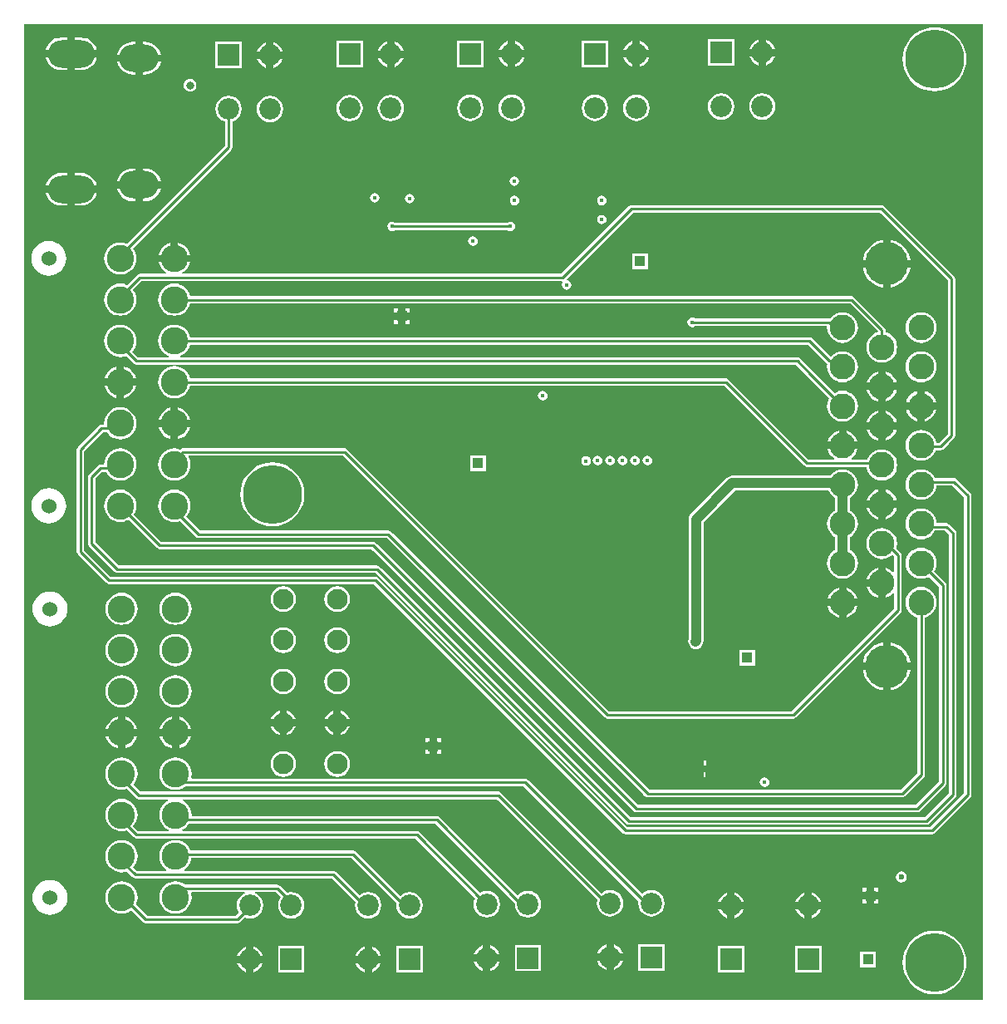
<source format=gbl>
%FSTAX23Y23*%
%MOIN*%
%SFA1B1*%

%IPPOS*%
%ADD13C,0.010000*%
%ADD65C,0.039370*%
%ADD70R,0.085630X0.085630*%
%ADD71C,0.085630*%
%ADD72R,0.043310X0.043310*%
%ADD73C,0.082680*%
%ADD74C,0.109250*%
%ADD75C,0.060040*%
%ADD76C,0.103350*%
%ADD77C,0.173030*%
%ADD78O,0.157480X0.110240*%
%ADD79O,0.188980X0.110240*%
%ADD80C,0.236220*%
%ADD81C,0.017720*%
%ADD82C,0.031500*%
%ADD83C,0.023620*%
%LNmainpcb-1*%
%LPD*%
G36*
X03856Y00008D02*
X00008D01*
Y03921*
X03856*
Y00008*
G37*
%LNmainpcb-2*%
%LPC*%
G36*
X02985Y03857D02*
Y03821D01*
X03021*
X03016Y03833*
X03008Y03844*
X02996Y03852*
X02985Y03857*
G37*
G36*
X02955D02*
X02943Y03852D01*
X02932Y03844*
X02924Y03833*
X02919Y03821*
X02955*
Y03857*
G37*
G36*
X00237Y03867D02*
X00212D01*
Y03816*
X003*
X00297Y03826*
X00291Y03838*
X00283Y03847*
X00273Y03856*
X00262Y03862*
X0025Y03865*
X00237Y03867*
G37*
G36*
X00183D02*
X00158D01*
X00145Y03865*
X00133Y03862*
X00122Y03856*
X00112Y03847*
X00104Y03838*
X00098Y03826*
X00095Y03816*
X00183*
Y03867*
G37*
G36*
X02479Y03852D02*
Y03816D01*
X02516*
X02511Y03828*
X02502Y03839*
X02491Y03847*
X02479Y03852*
G37*
G36*
X0245D02*
X02438Y03847D01*
X02427Y03839*
X02418Y03828*
X02413Y03816*
X0245*
Y03852*
G37*
G36*
X01979D02*
Y03816D01*
X02016*
X02011Y03828*
X02002Y03839*
X01991Y03847*
X01979Y03852*
G37*
G36*
X0195D02*
X01938Y03847D01*
X01927Y03839*
X01918Y03828*
X01913Y03816*
X0195*
Y03852*
G37*
G36*
X01494Y03851D02*
Y03814D01*
X01531*
X01526Y03826*
X01517Y03837*
X01506Y03846*
X01494Y03851*
G37*
G36*
X01465D02*
X01453Y03846D01*
X01442Y03837*
X01433Y03826*
X01428Y03814*
X01465*
Y03851*
G37*
G36*
X01009Y03847D02*
Y03811D01*
X01046*
X01041Y03823*
X01032Y03834*
X01021Y03842*
X01009Y03847*
G37*
G36*
X0098D02*
X00968Y03842D01*
X00957Y03834*
X00948Y03823*
X00943Y03811*
X0098*
Y03847*
G37*
G36*
X00493Y03849D02*
X00484D01*
Y03798*
X00557*
X00554Y03808*
X00548Y0382*
X00539Y0383*
X00529Y03838*
X00518Y03844*
X00506Y03848*
X00493Y03849*
G37*
G36*
X00455D02*
X00446D01*
X00433Y03848*
X00421Y03844*
X0041Y03838*
X004Y0383*
X00391Y0382*
X00385Y03808*
X00382Y03798*
X00455*
Y03849*
G37*
G36*
X03021Y03791D02*
X02985D01*
Y03755*
X02996Y0376*
X03008Y03768*
X03016Y03779*
X03021Y03791*
G37*
G36*
X02955D02*
X02919D01*
X02924Y03779*
X02932Y03768*
X02943Y0376*
X02955Y03755*
Y03791*
G37*
G36*
X02857Y03859D02*
X02752D01*
Y03753*
X02857*
Y03859*
G37*
G36*
X02516Y03786D02*
X02479D01*
Y0375*
X02491Y03755*
X02502Y03763*
X02511Y03774*
X02516Y03786*
G37*
G36*
X0245D02*
X02413D01*
X02418Y03774*
X02427Y03763*
X02438Y03755*
X0245Y0375*
Y03786*
G37*
G36*
X02016D02*
X01979D01*
Y0375*
X01991Y03755*
X02002Y03763*
X02011Y03774*
X02016Y03786*
G37*
G36*
X0195D02*
X01913D01*
X01918Y03774*
X01927Y03763*
X01938Y03755*
X0195Y0375*
Y03786*
G37*
G36*
X01531Y03785D02*
X01494D01*
Y03748*
X01506Y03753*
X01517Y03762*
X01526Y03773*
X01531Y03785*
G37*
G36*
X01465D02*
X01428D01*
X01433Y03773*
X01442Y03762*
X01453Y03753*
X01465Y03748*
Y03785*
G37*
G36*
X02352Y03854D02*
X02246D01*
Y03748*
X02352*
Y03854*
G37*
G36*
X01852D02*
X01746D01*
Y03748*
X01852*
Y03854*
G37*
G36*
X01367Y03852D02*
X01261D01*
Y03747*
X01367*
Y03852*
G37*
G36*
X01046Y03781D02*
X01009D01*
Y03745*
X01021Y0375*
X01032Y03758*
X01041Y03769*
X01046Y03781*
G37*
G36*
X0098D02*
X00943D01*
X00948Y03769*
X00957Y03758*
X00968Y0375*
X0098Y03745*
Y03781*
G37*
G36*
X00882Y03849D02*
X00776D01*
Y03743*
X00882*
Y03849*
G37*
G36*
X003Y03786D02*
X00212D01*
Y03736*
X00237*
X0025Y03737*
X00262Y03741*
X00273Y03747*
X00283Y03755*
X00291Y03765*
X00297Y03776*
X003Y03786*
G37*
G36*
X00183D02*
X00095D01*
X00098Y03776*
X00104Y03765*
X00112Y03755*
X00122Y03747*
X00133Y03741*
X00145Y03737*
X00158Y03736*
X00183*
Y03786*
G37*
G36*
X00557Y03769D02*
X00484D01*
Y03718*
X00493*
X00506Y03719*
X00518Y03723*
X00529Y03729*
X00539Y03737*
X00548Y03747*
X00554Y03758*
X00557Y03769*
G37*
G36*
X00455D02*
X00382D01*
X00385Y03758*
X00391Y03747*
X004Y03737*
X0041Y03729*
X00421Y03723*
X00433Y03719*
X00446Y03718*
X00455*
Y03769*
G37*
G36*
X03661Y03907D02*
X03641Y03906D01*
X03621Y03901*
X03603Y03893*
X03585Y03883*
X0357Y0387*
X03557Y03854*
X03547Y03837*
X03539Y03819*
X03534Y03799*
X03533Y03779*
X03534Y03759*
X03539Y03739*
X03547Y03721*
X03557Y03704*
X0357Y03688*
X03585Y03675*
X03603Y03665*
X03621Y03657*
X03641Y03652*
X03661Y03651*
X03681Y03652*
X03701Y03657*
X03719Y03665*
X03736Y03675*
X03752Y03688*
X03765Y03704*
X03775Y03721*
X03783Y03739*
X03788Y03759*
X03789Y03779*
X03788Y03799*
X03783Y03819*
X03775Y03837*
X03765Y03854*
X03752Y0387*
X03736Y03883*
X03719Y03893*
X03701Y03901*
X03681Y03906*
X03661Y03907*
G37*
G36*
X00675Y037D02*
X00668Y03699D01*
X00662Y03697*
X00656Y03693*
X00652Y03687*
X0065Y03681*
X00649Y03675*
X0065Y03668*
X00652Y03662*
X00656Y03656*
X00662Y03652*
X00668Y0365*
X00675Y03649*
X00681Y0365*
X00687Y03652*
X00693Y03656*
X00697Y03662*
X00699Y03668*
X007Y03675*
X00699Y03681*
X00697Y03687*
X00693Y03693*
X00687Y03697*
X00681Y03699*
X00675Y037*
G37*
G36*
X0297Y03643D02*
X02956Y03641D01*
X02943Y03636*
X02932Y03627*
X02924Y03616*
X02919Y03603*
X02917Y0359*
X02919Y03576*
X02924Y03563*
X02932Y03552*
X02943Y03544*
X02956Y03538*
X0297Y03536*
X02984Y03538*
X02996Y03544*
X03007Y03552*
X03016Y03563*
X03021Y03576*
X03023Y0359*
X03021Y03603*
X03016Y03616*
X03007Y03627*
X02996Y03636*
X02984Y03641*
X0297Y03643*
G37*
G36*
X02805D02*
X02791Y03641D01*
X02778Y03636*
X02767Y03627*
X02759Y03616*
X02753Y03603*
X02751Y0359*
X02753Y03576*
X02759Y03563*
X02767Y03552*
X02778Y03544*
X02791Y03538*
X02805Y03536*
X02818Y03538*
X02831Y03544*
X02842Y03552*
X02851Y03563*
X02856Y03576*
X02858Y0359*
X02856Y03603*
X02851Y03616*
X02842Y03627*
X02831Y03636*
X02818Y03641*
X02805Y03643*
G37*
G36*
X02465Y03638D02*
X02451Y03636D01*
X02438Y03631*
X02427Y03622*
X02419Y03611*
X02413Y03598*
X02411Y03585*
X02413Y03571*
X02419Y03558*
X02427Y03547*
X02438Y03539*
X02451Y03533*
X02465Y03531*
X02478Y03533*
X02491Y03539*
X02502Y03547*
X02511Y03558*
X02516Y03571*
X02518Y03585*
X02516Y03598*
X02511Y03611*
X02502Y03622*
X02491Y03631*
X02478Y03636*
X02465Y03638*
G37*
G36*
X02299D02*
X02285Y03636D01*
X02273Y03631*
X02262Y03622*
X02253Y03611*
X02248Y03598*
X02246Y03585*
X02248Y03571*
X02253Y03558*
X02262Y03547*
X02273Y03539*
X02285Y03533*
X02299Y03531*
X02313Y03533*
X02326Y03539*
X02337Y03547*
X02345Y03558*
X0235Y03571*
X02352Y03585*
X0235Y03598*
X02345Y03611*
X02337Y03622*
X02326Y03631*
X02313Y03636*
X02299Y03638*
G37*
G36*
X01965D02*
X01951Y03636D01*
X01938Y03631*
X01927Y03622*
X01919Y03611*
X01913Y03598*
X01911Y03585*
X01913Y03571*
X01919Y03558*
X01927Y03547*
X01938Y03539*
X01951Y03533*
X01965Y03531*
X01978Y03533*
X01991Y03539*
X02002Y03547*
X02011Y03558*
X02016Y03571*
X02018Y03585*
X02016Y03598*
X02011Y03611*
X02002Y03622*
X01991Y03631*
X01978Y03636*
X01965Y03638*
G37*
G36*
X01799D02*
X01785Y03636D01*
X01773Y03631*
X01762Y03622*
X01753Y03611*
X01748Y03598*
X01746Y03585*
X01748Y03571*
X01753Y03558*
X01762Y03547*
X01773Y03539*
X01785Y03533*
X01799Y03531*
X01813Y03533*
X01826Y03539*
X01837Y03547*
X01845Y03558*
X0185Y03571*
X01852Y03585*
X0185Y03598*
X01845Y03611*
X01837Y03622*
X01826Y03631*
X01813Y03636*
X01799Y03638*
G37*
G36*
X0148Y03636D02*
X01466Y03634D01*
X01453Y03629*
X01442Y03621*
X01434Y0361*
X01428Y03597*
X01426Y03583*
X01428Y03569*
X01434Y03556*
X01442Y03545*
X01453Y03537*
X01466Y03532*
X0148Y0353*
X01493Y03532*
X01506Y03537*
X01517Y03545*
X01526Y03556*
X01531Y03569*
X01533Y03583*
X01531Y03597*
X01526Y0361*
X01517Y03621*
X01506Y03629*
X01493Y03634*
X0148Y03636*
G37*
G36*
X01314D02*
X013Y03634D01*
X01288Y03629*
X01277Y03621*
X01268Y0361*
X01263Y03597*
X01261Y03583*
X01263Y03569*
X01268Y03556*
X01277Y03545*
X01288Y03537*
X013Y03532*
X01314Y0353*
X01328Y03532*
X01341Y03537*
X01352Y03545*
X0136Y03556*
X01365Y03569*
X01367Y03583*
X01365Y03597*
X0136Y0361*
X01352Y03621*
X01341Y03629*
X01328Y03634*
X01314Y03636*
G37*
G36*
X00995Y03633D02*
X00981Y03631D01*
X00968Y03626*
X00957Y03617*
X00949Y03606*
X00943Y03593*
X00941Y0358*
X00943Y03566*
X00949Y03553*
X00957Y03542*
X00968Y03534*
X00981Y03528*
X00995Y03526*
X01008Y03528*
X01021Y03534*
X01032Y03542*
X01041Y03553*
X01046Y03566*
X01048Y0358*
X01046Y03593*
X01041Y03606*
X01032Y03617*
X01021Y03626*
X01008Y03631*
X00995Y03633*
G37*
G36*
X00493Y03341D02*
X00484D01*
Y0329*
X00557*
X00554Y03301*
X00548Y03312*
X00539Y03322*
X00529Y0333*
X00518Y03336*
X00506Y0334*
X00493Y03341*
G37*
G36*
X00455D02*
X00446D01*
X00433Y0334*
X00421Y03336*
X0041Y0333*
X004Y03322*
X00391Y03312*
X00385Y03301*
X00382Y0329*
X00455*
Y03341*
G37*
G36*
X00237Y03323D02*
X00212D01*
Y03273*
X003*
X00297Y03283*
X00291Y03294*
X00283Y03304*
X00273Y03312*
X00262Y03318*
X0025Y03322*
X00237Y03323*
G37*
G36*
X00183D02*
X00158D01*
X00145Y03322*
X00133Y03318*
X00122Y03312*
X00112Y03304*
X00104Y03294*
X00098Y03283*
X00095Y03273*
X00183*
Y03323*
G37*
G36*
X01975Y03309D02*
X01967Y03307D01*
X01961Y03303*
X01957Y03297*
X01955Y0329*
X01957Y03282*
X01961Y03276*
X01967Y03272*
X01975Y0327*
X01982Y03272*
X01988Y03276*
X01992Y03282*
X01994Y0329*
X01992Y03297*
X01988Y03303*
X01982Y03307*
X01975Y03309*
G37*
G36*
X00557Y03261D02*
X00484D01*
Y0321*
X00493*
X00506Y03211*
X00518Y03215*
X00529Y03221*
X00539Y03229*
X00548Y03239*
X00554Y03251*
X00557Y03261*
G37*
G36*
X00455D02*
X00382D01*
X00385Y03251*
X00391Y03239*
X004Y03229*
X0041Y03221*
X00421Y03215*
X00433Y03211*
X00446Y0321*
X00455*
Y03261*
G37*
G36*
X01415Y03243D02*
X01408Y03241D01*
X01402Y03237*
X01398Y03231*
X01396Y03224*
X01398Y03216*
X01402Y0321*
X01408Y03206*
X01415Y03205*
X01423Y03206*
X01429Y0321*
X01433Y03216*
X01434Y03224*
X01433Y03231*
X01429Y03237*
X01423Y03241*
X01415Y03243*
G37*
G36*
X01555Y03239D02*
X01547Y03237D01*
X01541Y03233*
X01537Y03227*
X01535Y0322*
X01537Y03212*
X01541Y03206*
X01547Y03202*
X01555Y032*
X01562Y03202*
X01568Y03206*
X01572Y03212*
X01574Y0322*
X01572Y03227*
X01568Y03233*
X01562Y03237*
X01555Y03239*
G37*
G36*
X03314Y03195D02*
D01*
X02445*
X02439Y03194*
X02434Y0319*
X02163Y0292*
X00645*
X00643Y02925*
X00647Y02927*
X00657Y02935*
X00665Y02944*
X00671Y02956*
X00674Y02966*
X00611*
X00548*
X00551Y02956*
X00557Y02944*
X00565Y02935*
X00575Y02927*
X00579Y02925*
X00577Y0292*
X00473*
X00468Y02918*
X00463Y02915*
X00421Y02874*
X00419Y02875*
X00407Y02879*
X00395Y0288*
X00382Y02879*
X0037Y02875*
X00359Y02869*
X00349Y02861*
X00341Y02851*
X00335Y0284*
X00331Y02828*
X0033Y02815*
X00331Y02803*
X00335Y0279*
X00341Y02779*
X00349Y02769*
X00359Y02761*
X0037Y02755*
X00382Y02752*
X00395Y0275*
X00407Y02752*
X00419Y02755*
X0043Y02761*
X0044Y02769*
X00448Y02779*
X00454Y0279*
X00458Y02803*
X00459Y02815*
X00458Y02828*
X00454Y0284*
X00448Y02851*
X00445Y02855*
X0048Y02889*
X02166*
X02169Y02884*
X02167Y02882*
X02165Y02875*
X02167Y02867*
X02171Y02861*
X02177Y02857*
X02185Y02855*
X02192Y02857*
X02198Y02861*
X02202Y02867*
X02204Y02875*
X02202Y02882*
X02198Y02888*
X02192Y02892*
X02187Y02893*
X02185Y02898*
X02451Y03164*
X03314*
X03314Y03164*
X03443*
X03714Y02893*
Y02276*
X0368Y02241*
X03668*
X03668Y02243*
X03664Y02254*
X03658Y02265*
X03651Y02275*
X03641Y02282*
X03631Y02288*
X03619Y02291*
X03607Y02293*
X03595Y02291*
X03583Y02288*
X03573Y02282*
X03563Y02275*
X03556Y02265*
X0355Y02254*
X03546Y02243*
X03545Y02231*
X03546Y02219*
X0355Y02207*
X03556Y02196*
X03563Y02187*
X03573Y02179*
X03583Y02174*
X03595Y0217*
X03607Y02169*
X03619Y0217*
X03631Y02174*
X03641Y02179*
X03651Y02187*
X03658Y02196*
X03664Y02207*
X03665Y02211*
X03686*
X03692Y02212*
X03697Y02215*
X0374Y02259*
X03743Y02264*
X03745Y0227*
Y029*
X03743Y02905*
X0374Y0291*
X0346Y0319*
X03455Y03193*
X0345Y03195*
X03314*
X03314Y03195*
G37*
G36*
X01976Y03232D02*
X01969Y03231D01*
X01963Y03226*
X01958Y0322*
X01957Y03213*
X01958Y03206*
X01963Y03199*
X01969Y03195*
X01976Y03194*
X01983Y03195*
X0199Y03199*
X01994Y03206*
X01995Y03213*
X01994Y0322*
X0199Y03226*
X01983Y03231*
X01976Y03232*
G37*
G36*
X02326Y03232D02*
X02319Y0323D01*
X02313Y03226*
X02309Y0322*
X02307Y03213*
X02309Y03206*
X02313Y03199*
X02319Y03195*
X02326Y03194*
X02333Y03195*
X0234Y03199*
X02344Y03206*
X02345Y03213*
X02344Y0322*
X0234Y03226*
X02333Y0323*
X02326Y03232*
G37*
G36*
X003Y03243D02*
X00212D01*
Y03192*
X00237*
X0025Y03194*
X00262Y03197*
X00273Y03203*
X00283Y03212*
X00291Y03221*
X00297Y03233*
X003Y03243*
G37*
G36*
X00183D02*
X00095D01*
X00098Y03233*
X00104Y03221*
X00112Y03212*
X00122Y03203*
X00133Y03197*
X00145Y03194*
X00158Y03192*
X00183*
Y03243*
G37*
G36*
X01959Y03128D02*
X01952Y03127D01*
X01948Y03124*
X0153*
X0153Y03124*
X01496*
X01492Y03127*
X01485Y03128*
X01478Y03127*
X01472Y03122*
X01468Y03116*
X01466Y03109*
X01468Y03102*
X01472Y03095*
X01478Y03091*
X01485Y0309*
X01492Y03091*
X01496Y03094*
X0153*
X0153Y03094*
X01949*
X01952Y03091*
X01959Y0309*
X01966Y03091*
X01973Y03096*
X01977Y03102*
X01978Y03109*
X01977Y03116*
X01973Y03123*
X01966Y03127*
X01959Y03128*
G37*
G36*
X02326Y03155D02*
X02319Y03154D01*
X02313Y0315*
X02309Y03143*
X02307Y03136*
X02309Y03129*
X02313Y03123*
X02319Y03119*
X02326Y03117*
X02333Y03119*
X0234Y03123*
X02344Y03129*
X02345Y03136*
X02344Y03143*
X0234Y0315*
X02333Y03154*
X02326Y03155*
G37*
G36*
X00829Y03633D02*
X00815Y03631D01*
X00803Y03626*
X00792Y03617*
X00783Y03606*
X00778Y03593*
X00776Y0358*
X00778Y03566*
X00783Y03553*
X00792Y03542*
X00803Y03534*
X00814Y03529*
Y03432*
X00421Y03039*
X00419Y0304*
X00407Y03044*
X00395Y03045*
X00382Y03044*
X0037Y0304*
X00359Y03034*
X00349Y03026*
X00341Y03017*
X00335Y03005*
X00331Y02993*
X0033Y02981*
X00331Y02968*
X00335Y02956*
X00341Y02945*
X00349Y02935*
X00359Y02927*
X0037Y02921*
X00382Y02917*
X00395Y02916*
X00407Y02917*
X00419Y02921*
X0043Y02927*
X0044Y02935*
X00448Y02945*
X00454Y02956*
X00458Y02968*
X00459Y02981*
X00458Y02993*
X00454Y03005*
X00448Y03017*
X00445Y0302*
X0084Y03415*
X00843Y0342*
X00844Y03426*
Y03529*
X00856Y03534*
X00867Y03542*
X00875Y03553*
X0088Y03566*
X00882Y0358*
X0088Y03593*
X00875Y03606*
X00867Y03617*
X00856Y03626*
X00843Y03631*
X00829Y03633*
G37*
G36*
X0181Y03069D02*
X01802Y03067D01*
X01796Y03063*
X01792Y03057*
X0179Y0305*
X01792Y03042*
X01796Y03036*
X01802Y03032*
X0181Y0303*
X01817Y03032*
X01823Y03036*
X01827Y03042*
X01829Y0305*
X01827Y03057*
X01823Y03063*
X01817Y03067*
X0181Y03069*
G37*
G36*
X00626Y03044D02*
Y02995D01*
X00674*
X00671Y03005*
X00665Y03017*
X00657Y03026*
X00647Y03035*
X00636Y03041*
X00626Y03044*
G37*
G36*
X00596D02*
X00586Y03041D01*
X00575Y03035*
X00565Y03026*
X00557Y03017*
X00551Y03005*
X00548Y02995*
X00596*
Y03044*
G37*
G36*
X03484Y03055D02*
Y02974D01*
X03565*
X03564Y02978*
X03559Y02996*
X0355Y03013*
X03538Y03028*
X03523Y0304*
X03506Y03049*
X03488Y03054*
X03484Y03055*
G37*
G36*
X03454D02*
X0345Y03054D01*
X03432Y03049*
X03415Y0304*
X03401Y03028*
X03389Y03013*
X0338Y02996*
X03374Y02978*
X03374Y02974*
X03454*
Y03055*
G37*
G36*
X02511Y03001D02*
X02448D01*
Y02938*
X02511*
Y03001*
G37*
G36*
X00107Y03051D02*
X00093Y03049D01*
X0008Y03045*
X00068Y03039*
X00057Y0303*
X00049Y0302*
X00042Y03007*
X00038Y02994*
X00037Y02981*
X00038Y02967*
X00042Y02954*
X00049Y02942*
X00057Y02931*
X00068Y02922*
X0008Y02916*
X00093Y02912*
X00107Y0291*
X00121Y02912*
X00134Y02916*
X00146Y02922*
X00157Y02931*
X00165Y02942*
X00172Y02954*
X00176Y02967*
X00177Y02981*
X00176Y02994*
X00172Y03007*
X00165Y0302*
X00157Y0303*
X00146Y03039*
X00134Y03045*
X00121Y03049*
X00107Y03051*
G37*
G36*
X03565Y02944D02*
X03484D01*
Y02864*
X03488Y02864*
X03506Y0287*
X03523Y02879*
X03538Y02891*
X0355Y02905*
X03559Y02922*
X03564Y0294*
X03565Y02944*
G37*
G36*
X03454D02*
X03374D01*
X03374Y0294*
X0338Y02922*
X03389Y02905*
X03401Y02891*
X03415Y02879*
X03432Y0287*
X0345Y02864*
X03454Y02864*
Y02944*
G37*
G36*
X01556Y02781D02*
X01539D01*
Y02764*
X01556*
Y02781*
G37*
G36*
X0151D02*
X01493D01*
Y02764*
X0151*
Y02781*
G37*
G36*
X03292Y02765D02*
X0328Y02764D01*
X03268Y0276*
X03258Y02755*
X03248Y02747*
X03241Y02739*
X03239Y02739*
X02702*
X02697Y02742*
X0269Y02744*
X02682Y02742*
X02676Y02738*
X02672Y02732*
X0267Y02725*
X02672Y02717*
X02676Y02711*
X02682Y02707*
X0269Y02705*
X02697Y02707*
X02699Y02709*
X03227*
X0323Y02705*
X0323Y02703*
X03231Y02691*
X03235Y0268*
X03241Y02669*
X03248Y0266*
X03258Y02652*
X03268Y02646*
X0328Y02643*
X03292Y02641*
X03304Y02643*
X03316Y02646*
X03326Y02652*
X03336Y0266*
X03343Y02669*
X03349Y0268*
X03353Y02691*
X03354Y02703*
X03353Y02715*
X03349Y02727*
X03343Y02738*
X03336Y02747*
X03326Y02755*
X03316Y0276*
X03304Y02764*
X03292Y02765*
G37*
G36*
X01556Y02735D02*
X01539D01*
Y02718*
X01556*
Y02735*
G37*
G36*
X0151D02*
X01493D01*
Y02718*
X0151*
Y02735*
G37*
G36*
X03607Y02765D02*
X03595Y02764D01*
X03583Y0276*
X03573Y02755*
X03563Y02747*
X03556Y02738*
X0355Y02727*
X03546Y02715*
X03545Y02703*
X03546Y02691*
X0355Y0268*
X03556Y02669*
X03563Y0266*
X03573Y02652*
X03583Y02646*
X03595Y02643*
X03607Y02641*
X03619Y02643*
X03631Y02646*
X03641Y02652*
X03651Y0266*
X03658Y02669*
X03664Y0268*
X03668Y02691*
X03669Y02703*
X03668Y02715*
X03664Y02727*
X03658Y02738*
X03651Y02747*
X03641Y02755*
X03631Y0276*
X03619Y02764*
X03607Y02765*
G37*
G36*
X00611Y02715D02*
X00598Y02713D01*
X00586Y0271*
X00575Y02704*
X00565Y02696*
X00557Y02686*
X00551Y02675*
X00548Y02662*
X00546Y0265*
X00548Y02637*
X00551Y02625*
X00557Y02614*
X00565Y02604*
X00575Y02596*
X00586Y0259*
X00587Y0259*
X00587Y02585*
X00464*
X00442Y02606*
X00448Y02614*
X00454Y02625*
X00458Y02637*
X00459Y0265*
X00458Y02662*
X00454Y02675*
X00448Y02686*
X0044Y02696*
X0043Y02704*
X00419Y0271*
X00407Y02713*
X00395Y02715*
X00382Y02713*
X0037Y0271*
X00359Y02704*
X00349Y02696*
X00341Y02686*
X00335Y02675*
X00331Y02662*
X0033Y0265*
X00331Y02637*
X00335Y02625*
X00341Y02614*
X00349Y02604*
X00359Y02596*
X0037Y0259*
X00382Y02586*
X00395Y02585*
X00407Y02586*
X00417Y02589*
X00447Y02559*
X00452Y02556*
X00458Y02554*
X03105*
X03155Y02504*
X03239Y0242*
X03235Y02412*
X03231Y024*
X0323Y02388*
X03231Y02376*
X03235Y02365*
X03241Y02354*
X03248Y02345*
X03258Y02337*
X03268Y02331*
X0328Y02328*
X03292Y02326*
X03304Y02328*
X03316Y02331*
X03326Y02337*
X03336Y02345*
X03343Y02354*
X03349Y02365*
X03353Y02376*
X03354Y02388*
X03353Y024*
X03349Y02412*
X03343Y02423*
X03336Y02432*
X03326Y0244*
X03316Y02445*
X03304Y02449*
X03292Y0245*
X0328Y02449*
X03268Y02445*
X03261Y02441*
X03177Y02525*
X03122Y0258*
X03117Y02583*
X03111Y02585*
X00635*
X00635Y0259*
X00636Y0259*
X00647Y02596*
X00657Y02604*
X00665Y02614*
X00671Y02625*
X00674Y02634*
X03154*
X0323Y02558*
X03231Y02557*
X0323Y02546*
X03231Y02534*
X03235Y02522*
X03241Y02511*
X03248Y02502*
X03258Y02494*
X03268Y02489*
X0328Y02485*
X03292Y02484*
X03304Y02485*
X03316Y02489*
X03326Y02494*
X03336Y02502*
X03343Y02511*
X03349Y02522*
X03353Y02534*
X03354Y02546*
X03353Y02558*
X03349Y02569*
X03343Y0258*
X03336Y02589*
X03326Y02597*
X03316Y02603*
X03304Y02606*
X03292Y02608*
X0328Y02606*
X03268Y02603*
X03258Y02597*
X03248Y02589*
X03247Y02588*
X03242Y02588*
X03171Y0266*
X03166Y02663*
X0316Y02664*
X00674*
X00671Y02675*
X00665Y02686*
X00657Y02696*
X00647Y02704*
X00636Y0271*
X00624Y02713*
X00611Y02715*
G37*
G36*
Y0288D02*
X00598Y02879D01*
X00586Y02875*
X00575Y02869*
X00565Y02861*
X00557Y02851*
X00551Y0284*
X00548Y02828*
X00546Y02815*
X00548Y02803*
X00551Y0279*
X00557Y02779*
X00565Y02769*
X00575Y02761*
X00586Y02755*
X00598Y02752*
X00611Y0275*
X00624Y02752*
X00636Y02755*
X00647Y02761*
X00657Y02769*
X00665Y02779*
X00671Y0279*
X00674Y02799*
X03323*
X03434Y02689*
X03433Y02684*
X03426Y02682*
X03415Y02676*
X03406Y02668*
X03398Y02659*
X03392Y02648*
X03389Y02637*
X03388Y02625*
X03389Y02612*
X03392Y02601*
X03398Y0259*
X03406Y02581*
X03415Y02573*
X03426Y02567*
X03437Y02564*
X0345Y02563*
X03462Y02564*
X03473Y02567*
X03484Y02573*
X03493Y02581*
X03501Y0259*
X03507Y02601*
X0351Y02612*
X03511Y02625*
X0351Y02637*
X03507Y02648*
X03501Y02659*
X03493Y02668*
X03484Y02676*
X03473Y02682*
X03465Y02684*
Y02695*
X03463Y027*
X0346Y02705*
X0334Y02825*
X03335Y02828*
X0333Y0283*
X00674*
X00671Y0284*
X00665Y02851*
X00657Y02861*
X00647Y02869*
X00636Y02875*
X00624Y02879*
X00611Y0288*
G37*
G36*
X00409Y02548D02*
Y02499D01*
X00458*
X00455Y02509*
X00448Y02521*
X0044Y0253*
X00431Y02539*
X00419Y02545*
X00409Y02548*
G37*
G36*
X0038D02*
X0037Y02545D01*
X00358Y02539*
X00349Y0253*
X00341Y02521*
X00335Y02509*
X00331Y02499*
X0038*
Y02548*
G37*
G36*
X03607Y02608D02*
X03595Y02606D01*
X03583Y02603*
X03573Y02597*
X03563Y02589*
X03556Y0258*
X0355Y02569*
X03546Y02558*
X03545Y02546*
X03546Y02534*
X0355Y02522*
X03556Y02511*
X03563Y02502*
X03573Y02494*
X03583Y02489*
X03595Y02485*
X03607Y02484*
X03619Y02485*
X03631Y02489*
X03641Y02494*
X03651Y02502*
X03658Y02511*
X03664Y02522*
X03668Y02534*
X03669Y02546*
X03668Y02558*
X03664Y02569*
X03658Y0258*
X03651Y02589*
X03641Y02597*
X03631Y02603*
X03619Y02606*
X03607Y02608*
G37*
G36*
X03464Y02527D02*
Y02482D01*
X03509*
X03507Y02491*
X03501Y02501*
X03493Y02511*
X03484Y02519*
X03473Y02524*
X03464Y02527*
G37*
G36*
X03435D02*
X03426Y02524D01*
X03415Y02519*
X03406Y02511*
X03398Y02501*
X03392Y02491*
X0339Y02482*
X03435*
Y02527*
G37*
G36*
X00458Y0247D02*
X00409D01*
Y02421*
X00419Y02425*
X00431Y02431*
X0044Y02439*
X00448Y02448*
X00455Y0246*
X00458Y0247*
G37*
G36*
X0038D02*
X00331D01*
X00335Y0246*
X00341Y02448*
X00349Y02439*
X00358Y02431*
X0037Y02425*
X0038Y02421*
Y0247*
G37*
G36*
X0209Y02449D02*
X02082Y02447D01*
X02076Y02443*
X02072Y02437*
X0207Y0243*
X02072Y02422*
X02076Y02416*
X02082Y02412*
X0209Y0241*
X02097Y02412*
X02103Y02416*
X02107Y02422*
X02109Y0243*
X02107Y02437*
X02103Y02443*
X02097Y02447*
X0209Y02449*
G37*
G36*
X03435Y02452D02*
X0339D01*
X03392Y02443*
X03398Y02433*
X03406Y02423*
X03415Y02415*
X03426Y0241*
X03435Y02407*
Y02452*
G37*
G36*
X03509D02*
X03464D01*
Y02407*
X03473Y0241*
X03484Y02415*
X03493Y02423*
X03501Y02433*
X03507Y02443*
X03509Y02452*
G37*
G36*
X03622Y02448D02*
Y02403D01*
X03667*
X03664Y02412*
X03659Y02423*
X03651Y02432*
X03641Y0244*
X03631Y02446*
X03622Y02448*
G37*
G36*
X03592D02*
X03583Y02446D01*
X03573Y0244*
X03563Y02432*
X03555Y02423*
X0355Y02412*
X03547Y02403*
X03592*
Y02448*
G37*
G36*
X00626Y02382D02*
Y02334D01*
X00674*
X00671Y02344*
X00665Y02355*
X00657Y02365*
X00647Y02373*
X00636Y02379*
X00626Y02382*
G37*
G36*
X00596D02*
X00586Y02379D01*
X00575Y02373*
X00565Y02365*
X00557Y02355*
X00551Y02344*
X00548Y02334*
X00596*
Y02382*
G37*
G36*
X03667Y02374D02*
X03622D01*
Y02328*
X03631Y02331*
X03641Y02337*
X03651Y02344*
X03659Y02354*
X03664Y02365*
X03667Y02374*
G37*
G36*
X03592D02*
X03547D01*
X0355Y02365*
X03555Y02354*
X03563Y02344*
X03573Y02337*
X03583Y02331*
X03592Y02328*
Y02374*
G37*
G36*
X03464Y0237D02*
Y02324D01*
X03509*
X03507Y02333*
X03501Y02344*
X03493Y02353*
X03484Y02361*
X03473Y02367*
X03464Y0237*
G37*
G36*
X03435D02*
X03426Y02367D01*
X03415Y02361*
X03406Y02353*
X03398Y02344*
X03392Y02333*
X0339Y02324*
X03435*
Y0237*
G37*
G36*
X00395Y02384D02*
X00382Y02383D01*
X0037Y02379*
X00359Y02373*
X00349Y02365*
X00341Y02355*
X00335Y02344*
X00331Y02332*
X0033Y02319*
X0033Y02318*
X00326Y02315*
X00319*
X00314Y02313*
X00309Y0231*
X00224Y02225*
X00221Y0222*
X00219Y02215*
Y01805*
X00221Y01799*
X00224Y01794*
X00339Y01679*
X00344Y01676*
X0035Y01674*
X01413*
X02412Y00675*
X02417Y00672*
X02423Y00671*
X03651*
X03657Y00672*
X03662Y00675*
X03805Y00819*
X03808Y00824*
X0381Y0083*
Y0203*
X03808Y02035*
X03805Y0204*
X03749Y02096*
X03744Y02099*
X03739Y021*
X03662*
X03658Y02108*
X03651Y02117*
X03641Y02125*
X03631Y0213*
X03619Y02134*
X03607Y02135*
X03595Y02134*
X03583Y0213*
X03573Y02125*
X03563Y02117*
X03556Y02108*
X0355Y02097*
X03546Y02085*
X03545Y02073*
X03546Y02061*
X0355Y0205*
X03556Y02039*
X03563Y0203*
X03573Y02022*
X03583Y02016*
X03595Y02013*
X03607Y02012*
X03619Y02013*
X03631Y02016*
X03641Y02022*
X03651Y0203*
X03658Y02039*
X03664Y0205*
X03668Y02061*
X03668Y0207*
X03732*
X03779Y02023*
Y00836*
X03645Y00701*
X02429*
X0143Y017*
X01425Y01703*
X0142Y01705*
X00356*
X0025Y01811*
Y02208*
X00326Y02284*
X0034*
X00341Y02283*
X00349Y02273*
X00359Y02265*
X0037Y02259*
X00382Y02256*
X00395Y02254*
X00407Y02256*
X00419Y02259*
X0043Y02265*
X0044Y02273*
X00448Y02283*
X00454Y02294*
X00458Y02307*
X00459Y02319*
X00458Y02332*
X00454Y02344*
X00448Y02355*
X0044Y02365*
X0043Y02373*
X00419Y02379*
X00407Y02383*
X00395Y02384*
G37*
G36*
X00674Y02304D02*
X00626D01*
Y02256*
X00636Y02259*
X00647Y02265*
X00657Y02273*
X00665Y02283*
X00671Y02294*
X00674Y02304*
G37*
G36*
X00596D02*
X00548D01*
X00551Y02294*
X00557Y02283*
X00565Y02273*
X00575Y02265*
X00586Y02259*
X00596Y02256*
Y02304*
G37*
G36*
X03509Y02295D02*
X03464D01*
Y0225*
X03473Y02252*
X03484Y02258*
X03493Y02266*
X03501Y02275*
X03507Y02286*
X03509Y02295*
G37*
G36*
X03435D02*
X0339D01*
X03392Y02286*
X03398Y02275*
X03406Y02266*
X03415Y02258*
X03426Y02252*
X03435Y0225*
Y02295*
G37*
G36*
X03307Y02291D02*
Y02246D01*
X03352*
X03349Y02255*
X03344Y02265*
X03336Y02275*
X03326Y02282*
X03316Y02288*
X03307Y02291*
G37*
G36*
X03277D02*
X03268Y02288D01*
X03258Y02282*
X03248Y02275*
X0324Y02265*
X03235Y02255*
X03232Y02246*
X03277*
Y02291*
G37*
G36*
X01295Y0222D02*
D01*
X00646*
X0064Y02218*
X00635Y02215*
X00634Y02214*
X00624Y02217*
X00611Y02219*
X00598Y02217*
X00586Y02214*
X00575Y02208*
X00565Y022*
X00557Y0219*
X00551Y02179*
X00548Y02166*
X00546Y02154*
X00548Y02141*
X00551Y02129*
X00557Y02118*
X00565Y02108*
X00575Y021*
X00586Y02094*
X00598Y0209*
X00611Y02089*
X00624Y0209*
X00636Y02094*
X00647Y021*
X00657Y02108*
X00665Y02118*
X00671Y02129*
X00675Y02141*
X00676Y02154*
X00675Y02166*
X00671Y02179*
X00667Y02185*
X0067Y02189*
X01288*
X02339Y01139*
X02344Y01136*
X0235Y01134*
X03095*
X031Y01136*
X03105Y01139*
X03525Y01559*
X03528Y01564*
X0353Y0157*
Y0179*
X03528Y01795*
X03525Y018*
X03508Y01818*
X0351Y01825*
X03511Y01837*
X0351Y01849*
X03507Y01861*
X03501Y01871*
X03493Y01881*
X03484Y01888*
X03473Y01894*
X03462Y01898*
X0345Y01899*
X03437Y01898*
X03426Y01894*
X03415Y01888*
X03406Y01881*
X03398Y01871*
X03392Y01861*
X03389Y01849*
X03388Y01837*
X03389Y01825*
X03392Y01813*
X03398Y01803*
X03406Y01793*
X03415Y01786*
X03426Y0178*
X03437Y01776*
X0345Y01775*
X03462Y01776*
X03473Y0178*
X03484Y01786*
X03491Y01792*
X03499Y01783*
Y01723*
X03495Y01722*
X03493Y01723*
X03484Y01731*
X03473Y01737*
X03464Y0174*
Y0168*
Y0162*
X03473Y01622*
X03484Y01628*
X03493Y01636*
X03495Y01637*
X03499Y01636*
Y01576*
X03088Y01165*
X02356*
X01305Y02215*
X013Y02218*
X01299Y02219*
X01295Y0222*
G37*
G36*
X00395Y02219D02*
X00382Y02217D01*
X0037Y02214*
X00359Y02208*
X00349Y022*
X00341Y0219*
X00335Y02179*
X00331Y02166*
X0033Y02154*
X00314*
X00308Y02153*
X00304Y0215*
X00269Y02115*
X00266Y0211*
X00264Y02105*
Y01838*
X00266Y01832*
X00269Y01827*
X00372Y01724*
X00377Y01721*
X00383Y01719*
X01418*
X02424Y00714*
X02429Y00711*
X02435Y00709*
X0363*
X03635Y00711*
X0364Y00714*
X03745Y00819*
X03748Y00824*
X0375Y0083*
Y0188*
X03748Y01885*
X03745Y0189*
X0372Y01915*
X03715Y01918*
X0371Y0192*
X03668*
X03668Y01928*
X03664Y01939*
X03658Y0195*
X03651Y0196*
X03641Y01967*
X03631Y01973*
X03619Y01976*
X03607Y01978*
X03595Y01976*
X03583Y01973*
X03573Y01967*
X03563Y0196*
X03556Y0195*
X0355Y01939*
X03546Y01928*
X03545Y01916*
X03546Y01904*
X0355Y01892*
X03556Y01882*
X03563Y01872*
X03573Y01864*
X03583Y01859*
X03595Y01855*
X03607Y01854*
X03619Y01855*
X03631Y01859*
X03641Y01864*
X03651Y01872*
X03658Y01882*
X03663Y01889*
X03703*
X03719Y01873*
Y00836*
X03623Y0074*
X02441*
X01435Y01745*
X0143Y01748*
X01425Y0175*
X00389*
X00295Y01844*
Y02098*
X0032Y02124*
X00337*
X00341Y02118*
X00349Y02108*
X00359Y021*
X0037Y02094*
X00382Y0209*
X00395Y02089*
X00407Y0209*
X00419Y02094*
X0043Y021*
X0044Y02108*
X00448Y02118*
X00454Y02129*
X00458Y02141*
X00459Y02154*
X00458Y02166*
X00454Y02179*
X00448Y0219*
X0044Y022*
X0043Y02208*
X00419Y02214*
X00407Y02217*
X00395Y02219*
G37*
G36*
X0251Y02189D02*
X02502Y02187D01*
X02496Y02183*
X02492Y02177*
X0249Y0217*
X02492Y02162*
X02496Y02156*
X02502Y02152*
X0251Y0215*
X02517Y02152*
X02523Y02156*
X02527Y02162*
X02529Y0217*
X02527Y02177*
X02523Y02183*
X02517Y02187*
X0251Y02189*
G37*
G36*
X0246D02*
X02452Y02187D01*
X02446Y02183*
X02442Y02177*
X0244Y0217*
X02442Y02162*
X02446Y02156*
X02452Y02152*
X0246Y0215*
X02467Y02152*
X02473Y02156*
X02477Y02162*
X02479Y0217*
X02477Y02177*
X02473Y02183*
X02467Y02187*
X0246Y02189*
G37*
G36*
X0241D02*
X02402Y02187D01*
X02396Y02183*
X02392Y02177*
X0239Y0217*
X02392Y02162*
X02396Y02156*
X02402Y02152*
X0241Y0215*
X02417Y02152*
X02423Y02156*
X02427Y02162*
X02429Y0217*
X02427Y02177*
X02423Y02183*
X02417Y02187*
X0241Y02189*
G37*
G36*
X0236D02*
X02352Y02187D01*
X02346Y02183*
X02342Y02177*
X0234Y0217*
X02342Y02162*
X02346Y02156*
X02352Y02152*
X0236Y0215*
X02367Y02152*
X02373Y02156*
X02377Y02162*
X02379Y0217*
X02377Y02177*
X02373Y02183*
X02367Y02187*
X0236Y02189*
G37*
G36*
X0231D02*
X02302Y02187D01*
X02296Y02183*
X02292Y02177*
X0229Y0217*
X02292Y02162*
X02296Y02156*
X02302Y02152*
X0231Y0215*
X02317Y02152*
X02323Y02156*
X02327Y02162*
X02329Y0217*
X02327Y02177*
X02323Y02183*
X02317Y02187*
X0231Y02189*
G37*
G36*
X02263Y02187D02*
X02256Y02186D01*
X0225Y02182*
X02245Y02175*
X02244Y02168*
X02245Y02161*
X0225Y02155*
X02256Y0215*
X02263Y02149*
X0227Y0215*
X02277Y02155*
X02281Y02161*
X02282Y02168*
X02281Y02175*
X02277Y02182*
X0227Y02186*
X02263Y02187*
G37*
G36*
X01861Y02191D02*
X01798D01*
Y02128*
X01861*
Y02191*
G37*
G36*
X03292Y02135D02*
X0328Y02134D01*
X03268Y0213*
X03258Y02125*
X03248Y02117*
X03242Y02109*
X0285*
X02842Y02108*
X02835Y02105*
X02828Y02101*
X02683Y01956*
X02679Y01949*
X02676Y01942*
X02675Y01935*
Y01453*
X02674Y01452*
X02673Y01444*
X02674Y01436*
X02677Y01429*
X02682Y01423*
X02688Y01418*
X02695Y01415*
X02703Y01414*
X02711Y01415*
X02718Y01418*
X02724Y01423*
X02726Y01424*
X0273Y01431*
X02733Y01438*
X02734Y01446*
Y01922*
X02862Y0205*
X03235*
X03235Y0205*
X03241Y02039*
X03248Y0203*
X03258Y02022*
X03262Y02019*
Y0197*
X03258Y01967*
X03248Y0196*
X03241Y0195*
X03235Y01939*
X03231Y01928*
X0323Y01916*
X03231Y01904*
X03235Y01892*
X03241Y01882*
X03248Y01872*
X03258Y01864*
X03262Y01862*
Y01812*
X03258Y0181*
X03248Y01802*
X03241Y01793*
X03235Y01782*
X03231Y0177*
X0323Y01758*
X03231Y01746*
X03235Y01735*
X03241Y01724*
X03248Y01715*
X03258Y01707*
X03268Y01701*
X0328Y01698*
X03292Y01697*
X03304Y01698*
X03316Y01701*
X03326Y01707*
X03336Y01715*
X03343Y01724*
X03349Y01735*
X03353Y01746*
X03354Y01758*
X03353Y0177*
X03349Y01782*
X03343Y01793*
X03336Y01802*
X03326Y0181*
X03322Y01812*
Y01862*
X03326Y01864*
X03336Y01872*
X03343Y01882*
X03349Y01892*
X03353Y01904*
X03354Y01916*
X03353Y01928*
X03349Y01939*
X03343Y0195*
X03336Y0196*
X03326Y01967*
X03322Y0197*
Y02019*
X03326Y02022*
X03336Y0203*
X03343Y02039*
X03349Y0205*
X03353Y02061*
X03354Y02073*
X03353Y02085*
X03349Y02097*
X03343Y02108*
X03336Y02117*
X03326Y02125*
X03316Y0213*
X03304Y02134*
X03292Y02135*
G37*
G36*
X00611Y02549D02*
X00598Y02548D01*
X00586Y02544*
X00575Y02538*
X00565Y0253*
X00557Y0252*
X00551Y02509*
X00548Y02497*
X00546Y02485*
X00548Y02472*
X00551Y0246*
X00557Y02449*
X00565Y02439*
X00575Y02431*
X00586Y02425*
X00598Y02421*
X00611Y0242*
X00624Y02421*
X00636Y02425*
X00647Y02431*
X00657Y02439*
X00665Y02449*
X00671Y0246*
X00674Y02469*
X02819*
X03139Y02149*
X03144Y02146*
X0315Y02144*
X03388*
X03389Y0214*
X03392Y02128*
X03398Y02118*
X03406Y02108*
X03415Y02101*
X03426Y02095*
X03437Y02091*
X0345Y0209*
X03462Y02091*
X03473Y02095*
X03484Y02101*
X03493Y02108*
X03501Y02118*
X03507Y02128*
X0351Y0214*
X03511Y02152*
X0351Y02164*
X03507Y02176*
X03501Y02186*
X03493Y02196*
X03484Y02203*
X03473Y02209*
X03462Y02213*
X0345Y02214*
X03437Y02213*
X03426Y02209*
X03415Y02203*
X03406Y02196*
X03398Y02186*
X03392Y02176*
X03392Y02175*
X03328*
X03327Y02177*
X03327Y0218*
X03336Y02187*
X03344Y02196*
X03349Y02207*
X03352Y02216*
X03292*
X03232*
X03235Y02207*
X0324Y02196*
X03248Y02187*
X03257Y0218*
X03257Y02177*
X03256Y02175*
X03156*
X02836Y02494*
X02831Y02498*
X02825Y02499*
X00674*
X00671Y02509*
X00665Y0252*
X00657Y0253*
X00647Y02538*
X00636Y02544*
X00624Y02548*
X00611Y02549*
G37*
G36*
X03464Y02055D02*
Y02009D01*
X03509*
X03507Y02018*
X03501Y02029*
X03493Y02038*
X03484Y02046*
X03473Y02052*
X03464Y02055*
G37*
G36*
X03435D02*
X03426Y02052D01*
X03415Y02046*
X03406Y02038*
X03398Y02029*
X03392Y02018*
X0339Y02009*
X03435*
Y02055*
G37*
G36*
X03509Y0198D02*
X03464D01*
Y01935*
X03473Y01937*
X03484Y01943*
X03493Y01951*
X03501Y0196*
X03507Y01971*
X03509Y0198*
G37*
G36*
X03435D02*
X0339D01*
X03392Y01971*
X03398Y0196*
X03406Y01951*
X03415Y01943*
X03426Y01937*
X03435Y01935*
Y0198*
G37*
G36*
X00107Y02059D02*
X00093Y02057D01*
X0008Y02053*
X00068Y02047*
X00057Y02038*
X00049Y02027*
X00042Y02015*
X00038Y02002*
X00037Y01988*
X00038Y01975*
X00042Y01962*
X00049Y01949*
X00057Y01939*
X00068Y0193*
X0008Y01924*
X00093Y0192*
X00107Y01918*
X00121Y0192*
X00134Y01924*
X00146Y0193*
X00157Y01939*
X00165Y01949*
X00172Y01962*
X00176Y01975*
X00177Y01988*
X00176Y02002*
X00172Y02015*
X00165Y02027*
X00157Y02038*
X00146Y02047*
X00134Y02053*
X00121Y02057*
X00107Y02059*
G37*
G36*
X01005Y02163D02*
X00984Y02161D01*
X00965Y02157*
X00946Y02149*
X00929Y02138*
X00914Y02125*
X00901Y0211*
X0089Y02093*
X00882Y02074*
X00878Y02055*
X00876Y02035*
X00878Y02014*
X00882Y01995*
X0089Y01976*
X00901Y01959*
X00914Y01944*
X00929Y01931*
X00946Y0192*
X00965Y01912*
X00984Y01908*
X01005Y01906*
X01025Y01908*
X01044Y01912*
X01063Y0192*
X0108Y01931*
X01095Y01944*
X01108Y01959*
X01119Y01976*
X01127Y01995*
X01131Y02014*
X01133Y02035*
X01131Y02055*
X01127Y02074*
X01119Y02093*
X01108Y0211*
X01095Y02125*
X0108Y02138*
X01063Y02149*
X01044Y02157*
X01025Y02161*
X01005Y02163*
G37*
G36*
X03435Y0174D02*
X03426Y01737D01*
X03415Y01731*
X03406Y01723*
X03398Y01714*
X03392Y01703*
X0339Y01694*
X03435*
Y0174*
G37*
G36*
Y01665D02*
X0339D01*
X03392Y01656*
X03398Y01645*
X03406Y01636*
X03415Y01628*
X03426Y01622*
X03435Y0162*
Y01665*
G37*
G36*
X03307Y01661D02*
Y01616D01*
X03352*
X03349Y01625*
X03344Y01635*
X03336Y01645*
X03326Y01652*
X03316Y01658*
X03307Y01661*
G37*
G36*
X03277D02*
X03268Y01658D01*
X03258Y01652*
X03248Y01645*
X0324Y01635*
X03235Y01625*
X03232Y01616*
X03277*
Y01661*
G37*
G36*
X01265Y01666D02*
X01252Y01664D01*
X01239Y01659*
X01228Y01651*
X0122Y0164*
X01215Y01628*
X01213Y01615*
X01215Y01601*
X0122Y01589*
X01228Y01578*
X01239Y0157*
X01252Y01565*
X01265Y01563*
X01278Y01565*
X01291Y0157*
X01301Y01578*
X0131Y01589*
X01315Y01601*
X01316Y01615*
X01315Y01628*
X0131Y0164*
X01301Y01651*
X01291Y01659*
X01278Y01664*
X01265Y01666*
G37*
G36*
X01048D02*
X01035Y01664D01*
X01023Y01659*
X01012Y01651*
X01004Y0164*
X00998Y01628*
X00997Y01615*
X00998Y01601*
X01004Y01589*
X01012Y01578*
X01023Y0157*
X01035Y01565*
X01048Y01563*
X01062Y01565*
X01074Y0157*
X01085Y01578*
X01093Y01589*
X01098Y01601*
X011Y01615*
X01098Y01628*
X01093Y0164*
X01085Y01651*
X01074Y01659*
X01062Y01664*
X01048Y01666*
G37*
G36*
X03277Y01586D02*
X03232D01*
X03235Y01577*
X0324Y01566*
X03248Y01557*
X03258Y01549*
X03268Y01544*
X03277Y01541*
Y01586*
G37*
G36*
X03352D02*
X03307D01*
Y01541*
X03316Y01544*
X03326Y01549*
X03336Y01557*
X03344Y01566*
X03349Y01577*
X03352Y01586*
G37*
G36*
X00616Y0164D02*
X00603Y01639D01*
X00591Y01635*
X0058Y01629*
X0057Y01621*
X00562Y01611*
X00556Y016*
X00553Y01588*
X00551Y01575*
X00553Y01563*
X00556Y0155*
X00562Y01539*
X0057Y01529*
X0058Y01521*
X00591Y01515*
X00603Y01512*
X00616Y0151*
X00629Y01512*
X00641Y01515*
X00652Y01521*
X00662Y01529*
X0067Y01539*
X00676Y0155*
X0068Y01563*
X00681Y01575*
X0068Y01588*
X00676Y016*
X0067Y01611*
X00662Y01621*
X00652Y01629*
X00641Y01635*
X00629Y01639*
X00616Y0164*
G37*
G36*
X004D02*
X00387Y01639D01*
X00375Y01635*
X00364Y01629*
X00354Y01621*
X00346Y01611*
X0034Y016*
X00336Y01588*
X00335Y01575*
X00336Y01563*
X0034Y0155*
X00346Y01539*
X00354Y01529*
X00364Y01521*
X00375Y01515*
X00387Y01512*
X004Y0151*
X00412Y01512*
X00424Y01515*
X00435Y01521*
X00445Y01529*
X00453Y01539*
X00459Y0155*
X00463Y01563*
X00464Y01575*
X00463Y01588*
X00459Y016*
X00453Y01611*
X00445Y01621*
X00435Y01629*
X00424Y01635*
X00412Y01639*
X004Y0164*
G37*
G36*
X00112Y01645D02*
X00098Y01644D01*
X00085Y0164*
X00073Y01634*
X00062Y01625*
X00054Y01614*
X00047Y01602*
X00043Y01589*
X00042Y01575*
X00043Y01562*
X00047Y01548*
X00054Y01536*
X00062Y01526*
X00073Y01517*
X00085Y0151*
X00098Y01506*
X00112Y01505*
X00126Y01506*
X00139Y0151*
X00151Y01517*
X00162Y01526*
X0017Y01536*
X00177Y01548*
X00181Y01562*
X00182Y01575*
X00181Y01589*
X00177Y01602*
X0017Y01614*
X00162Y01625*
X00151Y01634*
X00139Y0164*
X00126Y01644*
X00112Y01645*
G37*
G36*
X01265Y01501D02*
X01252Y01499D01*
X01239Y01494*
X01228Y01486*
X0122Y01475*
X01215Y01463*
X01213Y01449*
X01215Y01436*
X0122Y01423*
X01228Y01413*
X01239Y01404*
X01252Y01399*
X01265Y01398*
X01278Y01399*
X01291Y01404*
X01301Y01413*
X0131Y01423*
X01315Y01436*
X01316Y01449*
X01315Y01463*
X0131Y01475*
X01301Y01486*
X01291Y01494*
X01278Y01499*
X01265Y01501*
G37*
G36*
X01048D02*
X01035Y01499D01*
X01023Y01494*
X01012Y01486*
X01004Y01475*
X00998Y01463*
X00997Y01449*
X00998Y01436*
X01004Y01423*
X01012Y01413*
X01023Y01404*
X01035Y01399*
X01048Y01398*
X01062Y01399*
X01074Y01404*
X01085Y01413*
X01093Y01423*
X01098Y01436*
X011Y01449*
X01098Y01463*
X01093Y01475*
X01085Y01486*
X01074Y01494*
X01062Y01499*
X01048Y01501*
G37*
G36*
X03484Y01441D02*
Y0136D01*
X03565*
X03564Y01364*
X03559Y01382*
X0355Y01399*
X03538Y01414*
X03523Y01426*
X03506Y01435*
X03488Y0144*
X03484Y01441*
G37*
G36*
X03454D02*
X0345Y0144D01*
X03432Y01435*
X03415Y01426*
X03401Y01414*
X03389Y01399*
X0338Y01382*
X03374Y01364*
X03374Y0136*
X03454*
Y01441*
G37*
G36*
X02941Y01411D02*
X02878D01*
Y01348*
X02941*
Y01411*
G37*
G36*
X00616Y01475D02*
X00603Y01473D01*
X00591Y0147*
X0058Y01464*
X0057Y01456*
X00562Y01446*
X00556Y01435*
X00553Y01422*
X00551Y0141*
X00553Y01397*
X00556Y01385*
X00562Y01374*
X0057Y01364*
X0058Y01356*
X00591Y0135*
X00603Y01346*
X00616Y01345*
X00629Y01346*
X00641Y0135*
X00652Y01356*
X00662Y01364*
X0067Y01374*
X00676Y01385*
X0068Y01397*
X00681Y0141*
X0068Y01422*
X00676Y01435*
X0067Y01446*
X00662Y01456*
X00652Y01464*
X00641Y0147*
X00629Y01473*
X00616Y01475*
G37*
G36*
X004D02*
X00387Y01473D01*
X00375Y0147*
X00364Y01464*
X00354Y01456*
X00346Y01446*
X0034Y01435*
X00336Y01422*
X00335Y0141*
X00336Y01397*
X0034Y01385*
X00346Y01374*
X00354Y01364*
X00364Y01356*
X00375Y0135*
X00387Y01346*
X004Y01345*
X00412Y01346*
X00424Y0135*
X00435Y01356*
X00445Y01364*
X00453Y01374*
X00459Y01385*
X00463Y01397*
X00464Y0141*
X00463Y01422*
X00459Y01435*
X00453Y01446*
X00445Y01456*
X00435Y01464*
X00424Y0147*
X00412Y01473*
X004Y01475*
G37*
G36*
X03565Y0133D02*
X03484D01*
Y01249*
X03488Y0125*
X03506Y01255*
X03523Y01264*
X03538Y01276*
X0355Y01291*
X03559Y01308*
X03564Y01326*
X03565Y0133*
G37*
G36*
X03454D02*
X03374D01*
X03374Y01326*
X0338Y01308*
X03389Y01291*
X03401Y01276*
X03415Y01264*
X03432Y01255*
X0345Y0125*
X03454Y01249*
Y0133*
G37*
G36*
X01265Y01335D02*
X01252Y01334D01*
X01239Y01329*
X01228Y0132*
X0122Y0131*
X01215Y01297*
X01213Y01284*
X01215Y0127*
X0122Y01258*
X01228Y01247*
X01239Y01239*
X01252Y01234*
X01265Y01232*
X01278Y01234*
X01291Y01239*
X01301Y01247*
X0131Y01258*
X01315Y0127*
X01316Y01284*
X01315Y01297*
X0131Y0131*
X01301Y0132*
X01291Y01329*
X01278Y01334*
X01265Y01335*
G37*
G36*
X01048D02*
X01035Y01334D01*
X01023Y01329*
X01012Y0132*
X01004Y0131*
X00998Y01297*
X00997Y01284*
X00998Y0127*
X01004Y01258*
X01012Y01247*
X01023Y01239*
X01035Y01234*
X01048Y01232*
X01062Y01234*
X01074Y01239*
X01085Y01247*
X01093Y01258*
X01098Y0127*
X011Y01284*
X01098Y01297*
X01093Y0131*
X01085Y0132*
X01074Y01329*
X01062Y01334*
X01048Y01335*
G37*
G36*
X00616Y01309D02*
X00603Y01308D01*
X00591Y01304*
X0058Y01298*
X0057Y0129*
X00562Y0128*
X00556Y01269*
X00553Y01257*
X00551Y01245*
X00553Y01232*
X00556Y0122*
X00562Y01209*
X0057Y01199*
X0058Y01191*
X00591Y01185*
X00603Y01181*
X00616Y0118*
X00629Y01181*
X00641Y01185*
X00652Y01191*
X00662Y01199*
X0067Y01209*
X00676Y0122*
X0068Y01232*
X00681Y01245*
X0068Y01257*
X00676Y01269*
X0067Y0128*
X00662Y0129*
X00652Y01298*
X00641Y01304*
X00629Y01308*
X00616Y01309*
G37*
G36*
X004D02*
X00387Y01308D01*
X00375Y01304*
X00364Y01298*
X00354Y0129*
X00346Y0128*
X0034Y01269*
X00336Y01257*
X00335Y01245*
X00336Y01232*
X0034Y0122*
X00346Y01209*
X00354Y01199*
X00364Y01191*
X00375Y01185*
X00387Y01181*
X004Y0118*
X00412Y01181*
X00424Y01185*
X00435Y01191*
X00445Y01199*
X00453Y01209*
X00459Y0122*
X00463Y01232*
X00464Y01245*
X00463Y01257*
X00459Y01269*
X00453Y0128*
X00445Y0129*
X00435Y01298*
X00424Y01304*
X00412Y01308*
X004Y01309*
G37*
G36*
X0128Y01168D02*
Y01133D01*
X01314*
X0131Y01144*
X01301Y01155*
X01291Y01163*
X0128Y01168*
G37*
G36*
X01063D02*
Y01133D01*
X01098*
X01093Y01144*
X01085Y01155*
X01074Y01163*
X01063Y01168*
G37*
G36*
X01034D02*
X01022Y01163D01*
X01012Y01155*
X01003Y01144*
X00999Y01133*
X01034*
Y01168*
G37*
G36*
X0125D02*
X01239Y01163D01*
X01228Y01155*
X0122Y01144*
X01215Y01133*
X0125*
Y01168*
G37*
G36*
X00631Y01142D02*
Y01094D01*
X00679*
X00676Y01104*
X0067Y01115*
X00662Y01125*
X00652Y01133*
X00641Y01139*
X00631Y01142*
G37*
G36*
X00414D02*
Y01094D01*
X00463*
X0046Y01104*
X00453Y01115*
X00445Y01125*
X00436Y01133*
X00424Y01139*
X00414Y01142*
G37*
G36*
X00601D02*
X00591Y01139D01*
X0058Y01133*
X0057Y01125*
X00562Y01115*
X00556Y01104*
X00553Y01094*
X00601*
Y01142*
G37*
G36*
X00385D02*
X00375Y01139D01*
X00363Y01133*
X00354Y01125*
X00346Y01115*
X0034Y01104*
X00336Y01094*
X00385*
Y01142*
G37*
G36*
X01314Y01104D02*
X0128D01*
Y01069*
X01291Y01074*
X01301Y01082*
X0131Y01093*
X01314Y01104*
G37*
G36*
X01098D02*
X01063D01*
Y01069*
X01074Y01074*
X01085Y01082*
X01093Y01093*
X01098Y01104*
G37*
G36*
X01034D02*
X00999D01*
X01003Y01093*
X01012Y01082*
X01022Y01074*
X01034Y01069*
Y01104*
G37*
G36*
X0125D02*
X01215D01*
X0122Y01093*
X01228Y01082*
X01239Y01074*
X0125Y01069*
Y01104*
G37*
G36*
X01681Y01056D02*
X01664D01*
Y01039*
X01681*
Y01056*
G37*
G36*
X01635D02*
X01618D01*
Y01039*
X01635*
Y01056*
G37*
G36*
X00679Y01064D02*
X00631D01*
Y01016*
X00641Y01019*
X00652Y01025*
X00662Y01033*
X0067Y01043*
X00676Y01054*
X00679Y01064*
G37*
G36*
X00463D02*
X00414D01*
Y01016*
X00424Y01019*
X00436Y01025*
X00445Y01033*
X00453Y01043*
X0046Y01054*
X00463Y01064*
G37*
G36*
X00601D02*
X00553D01*
X00556Y01054*
X00562Y01043*
X0057Y01033*
X0058Y01025*
X00591Y01019*
X00601Y01016*
Y01064*
G37*
G36*
X00385D02*
X00336D01*
X0034Y01054*
X00346Y01043*
X00354Y01033*
X00363Y01025*
X00375Y01019*
X00385Y01016*
Y01064*
G37*
G36*
X01681Y0101D02*
X01664D01*
Y00993*
X01681*
Y0101*
G37*
G36*
X01635D02*
X01618D01*
Y00993*
X01635*
Y0101*
G37*
G36*
X02745Y00971D02*
X02742Y00968D01*
X0274Y00967*
X02737Y00968*
X02734Y00971*
Y0096*
Y00948*
X02737Y00951*
X0274Y00952*
X02742Y00951*
X02745Y00948*
Y0096*
Y00971*
G37*
G36*
X02743Y00921D02*
X02741Y0092D01*
X02735Y0092*
X02734Y00921*
Y0091*
Y00898*
X02735Y00899*
X02741Y009*
X02743Y00898*
Y0091*
Y00921*
G37*
G36*
X01265Y01005D02*
X01252Y01003D01*
X01239Y00998*
X01228Y0099*
X0122Y00979*
X01215Y00966*
X01213Y00953*
X01215Y0094*
X0122Y00927*
X01228Y00917*
X01239Y00908*
X01252Y00903*
X01265Y00901*
X01278Y00903*
X01291Y00908*
X01301Y00917*
X0131Y00927*
X01315Y0094*
X01316Y00953*
X01315Y00966*
X0131Y00979*
X01301Y0099*
X01291Y00998*
X01278Y01003*
X01265Y01005*
G37*
G36*
X01048D02*
X01035Y01003D01*
X01023Y00998*
X01012Y0099*
X01004Y00979*
X00998Y00966*
X00997Y00953*
X00998Y0094*
X01004Y00927*
X01012Y00917*
X01023Y00908*
X01035Y00903*
X01048Y00901*
X01062Y00903*
X01074Y00908*
X01085Y00917*
X01093Y00927*
X01098Y0094*
X011Y00953*
X01098Y00966*
X01093Y00979*
X01085Y0099*
X01074Y00998*
X01062Y01003*
X01048Y01005*
G37*
G36*
X0298Y00899D02*
X02972Y00897D01*
X02966Y00893*
X02962Y00887*
X0296Y0088*
X02962Y00872*
X02966Y00866*
X02972Y00862*
X0298Y0086*
X02987Y00862*
X02993Y00866*
X02997Y00872*
X02999Y0088*
X02997Y00887*
X02993Y00893*
X02987Y00897*
X0298Y00899*
G37*
G36*
X00611Y02053D02*
X00598Y02052D01*
X00586Y02048*
X00575Y02042*
X00565Y02034*
X00557Y02024*
X00551Y02013*
X00548Y02001*
X00546Y01988*
X00548Y01976*
X00551Y01964*
X00557Y01952*
X00565Y01943*
X00575Y01935*
X00586Y01929*
X00598Y01925*
X00611Y01924*
X00624Y01925*
X00633Y01928*
X00697Y01864*
X00702Y01861*
X00708Y01859*
X01464*
X025Y00823*
X02505Y0082*
X02511Y00819*
X03531*
X03536Y0082*
X03541Y00823*
X03618Y009*
X03621Y00905*
X03622Y0091*
Y01541*
X03631Y01544*
X03641Y01549*
X03651Y01557*
X03658Y01567*
X03664Y01577*
X03668Y01589*
X03669Y01601*
X03668Y01613*
X03664Y01625*
X03658Y01635*
X03651Y01645*
X03641Y01652*
X03631Y01658*
X03619Y01662*
X03607Y01663*
X03595Y01662*
X03583Y01658*
X03573Y01652*
X03563Y01645*
X03556Y01635*
X0355Y01625*
X03546Y01613*
X03545Y01601*
X03546Y01589*
X0355Y01577*
X03556Y01567*
X03563Y01557*
X03573Y01549*
X03583Y01544*
X03592Y01541*
Y00917*
X03524Y00849*
X02517*
X01481Y01885*
X01476Y01888*
X0147Y0189*
X00714*
X00659Y01945*
X00665Y01952*
X00671Y01964*
X00675Y01976*
X00676Y01988*
X00675Y02001*
X00671Y02013*
X00665Y02024*
X00657Y02034*
X00647Y02042*
X00636Y02048*
X00624Y02052*
X00611Y02053*
G37*
G36*
X00395D02*
X00382Y02052D01*
X0037Y02048*
X00359Y02042*
X00349Y02034*
X00341Y02024*
X00335Y02013*
X00331Y02001*
X0033Y01988*
X00331Y01976*
X00335Y01964*
X00341Y01952*
X00349Y01943*
X00359Y01935*
X0037Y01929*
X00382Y01925*
X00395Y01924*
X00407Y01925*
X00419Y01929*
X00428Y01933*
X00541Y01821*
X00542Y01819*
X00547Y01816*
X00553Y01814*
X01403*
X02454Y00764*
X02459Y00761*
X02465Y00759*
X03591*
X03597Y00761*
X03602Y00764*
X03705Y00868*
X03709Y00873*
X0371Y00878*
Y01671*
X03709Y01676*
X03705Y01681*
X0366Y01727*
X03664Y01735*
X03668Y01746*
X03669Y01758*
X03668Y0177*
X03664Y01782*
X03658Y01793*
X03651Y01802*
X03641Y0181*
X03631Y01815*
X03619Y01819*
X03607Y0182*
X03595Y01819*
X03583Y01815*
X03573Y0181*
X03563Y01802*
X03556Y01793*
X0355Y01782*
X03546Y0177*
X03545Y01758*
X03546Y01746*
X0355Y01735*
X03556Y01724*
X03563Y01715*
X03573Y01707*
X03583Y01701*
X03595Y01698*
X03607Y01697*
X03619Y01698*
X03631Y01701*
X03638Y01705*
X0368Y01664*
Y00885*
X03585Y0079*
X02471*
X0142Y0184*
X01415Y01843*
X0141Y01845*
X0056*
X0045Y01955*
X00454Y01964*
X00458Y01976*
X00459Y01988*
X00458Y02001*
X00454Y02013*
X00448Y02024*
X0044Y02034*
X0043Y02042*
X00419Y02048*
X00407Y02052*
X00395Y02053*
G37*
G36*
X004Y00979D02*
X00387Y00977D01*
X00375Y00974*
X00364Y00968*
X00354Y0096*
X00346Y0095*
X0034Y00939*
X00336Y00926*
X00335Y00914*
X00336Y00901*
X0034Y00889*
X00346Y00878*
X00354Y00868*
X00364Y0086*
X00375Y00854*
X00387Y0085*
X004Y00849*
X00412Y0085*
X0042Y00853*
X00457Y00816*
X00462Y00813*
X00468Y00811*
X00468*
X00586*
X00588Y00806*
X0058Y00802*
X0057Y00794*
X00562Y00784*
X00556Y00773*
X00553Y00761*
X00551Y00748*
X00553Y00736*
X00556Y00724*
X00562Y00712*
X0057Y00703*
X0058Y00695*
X00589Y0069*
X00588Y00685*
X00466*
X00446Y00704*
X00453Y00712*
X00459Y00724*
X00463Y00736*
X00464Y00748*
X00463Y00761*
X00459Y00773*
X00453Y00784*
X00445Y00794*
X00435Y00802*
X00424Y00808*
X00412Y00812*
X004Y00813*
X00387Y00812*
X00375Y00808*
X00364Y00802*
X00354Y00794*
X00346Y00784*
X0034Y00773*
X00336Y00761*
X00335Y00748*
X00336Y00736*
X0034Y00724*
X00346Y00712*
X00354Y00703*
X00364Y00695*
X00375Y00689*
X00387Y00685*
X004Y00684*
X00412Y00685*
X0042Y00687*
X00449Y00659*
X00454Y00656*
X0046Y00654*
X01578*
X01817Y00415*
X01813Y00405*
X01811Y00391*
X01813Y00377*
X01819Y00364*
X01827Y00353*
X01838Y00345*
X01851Y0034*
X01865Y00338*
X01878Y0034*
X01891Y00345*
X01902Y00353*
X01911Y00364*
X01916Y00377*
X01918Y00391*
X01916Y00405*
X01911Y00418*
X01902Y00429*
X01891Y00437*
X01878Y00442*
X01865Y00444*
X01851Y00442*
X01838Y00437*
X01595Y0068*
X0159Y00683*
X01585Y00685*
X00644*
X00643Y0069*
X00652Y00695*
X00662Y00703*
X0067Y00712*
X00671Y00714*
X01658*
X01977Y00395*
X01977Y00391*
X01979Y00377*
X01984Y00364*
X01992Y00353*
X02003Y00345*
X02016Y0034*
X0203Y00338*
X02044Y0034*
X02056Y00345*
X02067Y00353*
X02076Y00364*
X02081Y00377*
X02083Y00391*
X02081Y00405*
X02076Y00418*
X02067Y00429*
X02056Y00437*
X02044Y00442*
X0203Y00444*
X02016Y00442*
X02003Y00437*
X01992Y00429*
X01992Y00428*
X01987Y00428*
X01675Y0074*
X0167Y00743*
X01665Y00745*
X00684*
X00681Y00748*
X00681Y00748*
X0068Y00761*
X00676Y00773*
X0067Y00784*
X00662Y00794*
X00652Y00802*
X00644Y00806*
X00646Y00811*
X01906*
X02309Y00409*
X02308Y00408*
X02306Y00395*
X02308Y00381*
X02314Y00368*
X02322Y00357*
X02333Y00349*
X02346Y00343*
X0236Y00341*
X02373Y00343*
X02386Y00349*
X02397Y00357*
X02406Y00368*
X02411Y00381*
X02413Y00395*
X02411Y00408*
X02406Y00421*
X02397Y00432*
X02386Y00441*
X02373Y00446*
X0236Y00448*
X02346Y00446*
X02333Y00441*
X02326Y00435*
X01923Y00837*
X01918Y0084*
X01913Y00842*
X00474*
X00446Y00869*
X00453Y00878*
X00459Y00889*
X00463Y00901*
X00464Y00914*
X00463Y00926*
X00459Y00939*
X00453Y0095*
X00445Y0096*
X00435Y00968*
X00424Y00974*
X00412Y00977*
X004Y00979*
G37*
G36*
X00616Y00648D02*
X00603Y00647D01*
X00591Y00643*
X0058Y00637*
X0057Y00629*
X00562Y00619*
X00556Y00608*
X00553Y00596*
X00551Y00583*
X00553Y0057*
X00556Y00558*
X00562Y00547*
X0057Y00537*
X0058Y0053*
X00579Y00526*
X00579Y00525*
X0046*
X00446Y00539*
X00453Y00547*
X00459Y00558*
X00463Y0057*
X00464Y00583*
X00463Y00596*
X00459Y00608*
X00453Y00619*
X00445Y00629*
X00435Y00637*
X00424Y00643*
X00412Y00647*
X004Y00648*
X00387Y00647*
X00375Y00643*
X00364Y00637*
X00354Y00629*
X00346Y00619*
X0034Y00608*
X00336Y00596*
X00335Y00583*
X00336Y0057*
X0034Y00558*
X00346Y00547*
X00354Y00537*
X00364Y00529*
X00375Y00523*
X00387Y0052*
X004Y00518*
X00412Y0052*
X0042Y00522*
X00443Y00499*
X00448Y00496*
X00454Y00494*
X01243*
X01338Y004*
X01336Y00386*
X01338Y00372*
X01343Y00359*
X01352Y00348*
X01363Y0034*
X01375Y00335*
X01389Y00333*
X01403Y00335*
X01416Y0034*
X01427Y00348*
X01435Y00359*
X0144Y00372*
X01442Y00386*
X0144Y004*
X01435Y00413*
X01427Y00424*
X01416Y00432*
X01403Y00437*
X01389Y00439*
X01375Y00437*
X01363Y00432*
X01355Y00426*
X0126Y0052*
X01255Y00523*
X0125Y00525*
X00653*
X00653Y00526*
X00653Y0053*
X00662Y00537*
X0067Y00547*
X00676Y00558*
X0068Y0057*
X0068Y00576*
X01322*
X01503Y00395*
X01501Y00386*
X01503Y00372*
X01509Y00359*
X01517Y00348*
X01528Y0034*
X01541Y00335*
X01555Y00333*
X01568Y00335*
X01581Y0034*
X01592Y00348*
X01601Y00359*
X01606Y00372*
X01608Y00386*
X01606Y004*
X01601Y00413*
X01592Y00424*
X01581Y00432*
X01568Y00437*
X01555Y00439*
X01541Y00437*
X01528Y00432*
X01517Y00424*
X01517Y00424*
X01339Y00602*
X01334Y00605*
X01328Y00606*
X01328*
X00676*
X00676Y00608*
X0067Y00619*
X00662Y00629*
X00652Y00637*
X00641Y00643*
X00629Y00647*
X00616Y00648*
G37*
G36*
X03528Y00522D02*
X0352Y0052D01*
X03512Y00515*
X03508Y00508*
X03506Y005*
X03508Y00491*
X03512Y00484*
X0352Y00479*
X03528Y00478*
X03536Y00479*
X03544Y00484*
X03548Y00491*
X0355Y005*
X03548Y00508*
X03544Y00515*
X03536Y0052*
X03528Y00522*
G37*
G36*
X03436Y00456D02*
X03419D01*
Y00439*
X03436*
Y00456*
G37*
G36*
X0339D02*
X03373D01*
Y00439*
X0339*
Y00456*
G37*
G36*
X03169Y00437D02*
Y00401D01*
X03206*
X03201Y00413*
X03192Y00424*
X03181Y00432*
X03169Y00437*
G37*
G36*
X0314D02*
X03128Y00432D01*
X03117Y00424*
X03108Y00413*
X03103Y00401*
X0314*
Y00437*
G37*
G36*
X02859D02*
Y00401D01*
X02896*
X02891Y00413*
X02882Y00424*
X02871Y00432*
X02859Y00437*
G37*
G36*
X0283D02*
X02818Y00432D01*
X02807Y00424*
X02798Y00413*
X02793Y00401*
X0283*
Y00437*
G37*
G36*
X03436Y0041D02*
X03419D01*
Y00393*
X03436*
Y0041*
G37*
G36*
X0339D02*
X03373D01*
Y00393*
X0339*
Y0041*
G37*
G36*
X00112Y00488D02*
X00098Y00487D01*
X00085Y00483*
X00073Y00476*
X00062Y00467*
X00054Y00457*
X00047Y00445*
X00043Y00431*
X00042Y00418*
X00043Y00404*
X00047Y00391*
X00054Y00379*
X00062Y00368*
X00073Y00359*
X00085Y00353*
X00098Y00349*
X00112Y00348*
X00126Y00349*
X00139Y00353*
X00151Y00359*
X00162Y00368*
X0017Y00379*
X00177Y00391*
X00181Y00404*
X00182Y00418*
X00181Y00431*
X00177Y00445*
X0017Y00457*
X00162Y00467*
X00151Y00476*
X00139Y00483*
X00126Y00487*
X00112Y00488*
G37*
G36*
X00616Y00483D02*
X00603Y00481D01*
X00591Y00478*
X0058Y00472*
X0057Y00464*
X00562Y00454*
X00556Y00443*
X00553Y0043*
X00551Y00418*
X00553Y00405*
X00556Y00393*
X00562Y00382*
X0057Y00372*
X0058Y00364*
X00591Y00358*
X00603Y00354*
X00616Y00353*
X00629Y00354*
X00641Y00358*
X00652Y00364*
X00662Y00372*
X0067Y00382*
X00676Y00393*
X0068Y00405*
X00681Y00418*
X0068Y0043*
X00678Y00435*
X00681Y00439*
X00893*
X00894Y00434*
X00888Y00432*
X00877Y00424*
X00869Y00413*
X00863Y004*
X00861Y00386*
X00863Y00372*
X00869Y00359*
X0087Y00357*
X00859Y00345*
X00502*
X00458Y0039*
X00459Y00393*
X00463Y00405*
X00464Y00418*
X00463Y0043*
X00459Y00443*
X00453Y00454*
X00445Y00464*
X00435Y00472*
X00424Y00478*
X00412Y00481*
X004Y00483*
X00387Y00481*
X00375Y00478*
X00364Y00472*
X00354Y00464*
X00346Y00454*
X0034Y00443*
X00336Y0043*
X00335Y00418*
X00336Y00405*
X0034Y00393*
X00346Y00382*
X00354Y00372*
X00364Y00364*
X00375Y00358*
X00387Y00354*
X004Y00353*
X00412Y00354*
X00424Y00358*
X00435Y00364*
X00438Y00366*
X00485Y0032*
X0049Y00316*
X00496Y00315*
X00865*
X00871Y00316*
X00876Y0032*
X00894Y00338*
X00901Y00335*
X00915Y00333*
X00928Y00335*
X00941Y0034*
X00952Y00348*
X00961Y00359*
X00966Y00372*
X00968Y00386*
X00966Y004*
X00961Y00413*
X00952Y00424*
X00941Y00432*
X00935Y00434*
X00936Y00439*
X01018*
X01039Y00419*
X01034Y00413*
X01029Y004*
X01027Y00386*
X01029Y00372*
X01034Y00359*
X01042Y00348*
X01053Y0034*
X01066Y00335*
X0108Y00333*
X01094Y00335*
X01106Y0034*
X01117Y00348*
X01126Y00359*
X01131Y00372*
X01133Y00386*
X01131Y004*
X01126Y00413*
X01117Y00424*
X01106Y00432*
X01094Y00437*
X0108Y00439*
X01066Y00437*
X01064Y00436*
X01035Y00465*
X0103Y00468*
X01025Y0047*
X00654*
X00652Y00472*
X00641Y00478*
X00629Y00481*
X00616Y00483*
G37*
G36*
Y00979D02*
X00603Y00977D01*
X00591Y00974*
X0058Y00968*
X0057Y0096*
X00562Y0095*
X00556Y00939*
X00553Y00926*
X00551Y00914*
X00553Y00901*
X00556Y00889*
X00562Y00878*
X0057Y00868*
X0058Y0086*
X00591Y00854*
X00603Y0085*
X00616Y00849*
X00629Y0085*
X00641Y00854*
X00652Y0086*
X00657Y00864*
X02013*
X02473Y00405*
X02472Y00395*
X02474Y00381*
X02479Y00368*
X02487Y00357*
X02498Y00349*
X02511Y00343*
X02525Y00341*
X02539Y00343*
X02551Y00349*
X02562Y00357*
X02571Y00368*
X02576Y00381*
X02578Y00395*
X02576Y00408*
X02571Y00421*
X02562Y00432*
X02551Y00441*
X02539Y00446*
X02525Y00448*
X02511Y00446*
X02498Y00441*
X02488Y00433*
X0203Y0089*
X02025Y00893*
X0202Y00895*
X00682*
X00679Y00899*
X0068Y00901*
X00681Y00914*
X0068Y00926*
X00676Y00939*
X0067Y0095*
X00662Y0096*
X00652Y00968*
X00641Y00974*
X00629Y00977*
X00616Y00979*
G37*
G36*
X03206Y00371D02*
X03169D01*
Y00335*
X03181Y0034*
X03192Y00348*
X03201Y00359*
X03206Y00371*
G37*
G36*
X0314D02*
X03103D01*
X03108Y00359*
X03117Y00348*
X03128Y0034*
X0314Y00335*
Y00371*
G37*
G36*
X02896D02*
X02859D01*
Y00335*
X02871Y0034*
X02882Y00348*
X02891Y00359*
X02896Y00371*
G37*
G36*
X0283D02*
X02793D01*
X02798Y00359*
X02807Y00348*
X02818Y0034*
X0283Y00335*
Y00371*
G37*
G36*
X02374Y00229D02*
Y00193D01*
X02411*
X02406Y00205*
X02397Y00216*
X02386Y00224*
X02374Y00229*
G37*
G36*
X02345D02*
X02333Y00224D01*
X02322Y00216*
X02313Y00205*
X02308Y00193*
X02345*
Y00229*
G37*
G36*
X01879Y00226D02*
Y00189D01*
X01916*
X01911Y00201*
X01902Y00212*
X01891Y00221*
X01879Y00226*
G37*
G36*
X0185D02*
X01838Y00221D01*
X01827Y00212*
X01818Y00201*
X01813Y00189*
X0185*
Y00226*
G37*
G36*
X00929Y00221D02*
Y00184D01*
X00966*
X00961Y00196*
X00952Y00207*
X00941Y00216*
X00929Y00221*
G37*
G36*
X01404D02*
Y00184D01*
X0144*
X01435Y00196*
X01427Y00207*
X01416Y00216*
X01404Y00221*
G37*
G36*
X01374D02*
X01363Y00216D01*
X01351Y00207*
X01343Y00196*
X01338Y00184*
X01374*
Y00221*
G37*
G36*
X009D02*
X00888Y00216D01*
X00877Y00207*
X00868Y00196*
X00863Y00184*
X009*
Y00221*
G37*
G36*
X03426Y00201D02*
X03363D01*
Y00138*
X03426*
Y00201*
G37*
G36*
X02411Y00163D02*
X02374D01*
Y00127*
X02386Y00132*
X02397Y0014*
X02406Y00151*
X02411Y00163*
G37*
G36*
X02345D02*
X02308D01*
X02313Y00151*
X02322Y0014*
X02333Y00132*
X02345Y00127*
Y00163*
G37*
G36*
X02578Y00231D02*
X02472D01*
Y00125*
X02578*
Y00231*
G37*
G36*
X01916Y0016D02*
X01879D01*
Y00123*
X01891Y00128*
X01902Y00137*
X01911Y00148*
X01916Y0016*
G37*
G36*
X0185D02*
X01813D01*
X01818Y00148*
X01827Y00137*
X01838Y00128*
X0185Y00123*
Y0016*
G37*
G36*
X02083Y00227D02*
X01977D01*
Y00122*
X02083*
Y00227*
G37*
G36*
X01374Y00155D02*
X01338D01*
X01343Y00143*
X01351Y00132*
X01363Y00123*
X01374Y00118*
Y00155*
G37*
G36*
X00966D02*
X00929D01*
Y00118*
X00941Y00123*
X00952Y00132*
X00961Y00143*
X00966Y00155*
G37*
G36*
X009D02*
X00863D01*
X00868Y00143*
X00877Y00132*
X00888Y00123*
X009Y00118*
Y00155*
G37*
G36*
X0144D02*
X01404D01*
Y00118*
X01416Y00123*
X01427Y00132*
X01435Y00143*
X0144Y00155*
G37*
G36*
X03207Y00222D02*
X03102D01*
Y00117*
X03207*
Y00222*
G37*
G36*
X02897D02*
X02792D01*
Y00117*
X02897*
Y00222*
G37*
G36*
X01607D02*
X01502D01*
Y00117*
X01607*
Y00222*
G37*
G36*
X01133D02*
X01027D01*
Y00117*
X01133*
Y00222*
G37*
G36*
X03661Y00285D02*
X03641Y00284D01*
X03621Y00279*
X03603Y00271*
X03585Y00261*
X0357Y00248*
X03557Y00232*
X03547Y00215*
X03539Y00197*
X03534Y00177*
X03533Y00157*
X03534Y00137*
X03539Y00117*
X03547Y00099*
X03557Y00082*
X0357Y00066*
X03585Y00053*
X03603Y00043*
X03621Y00035*
X03641Y0003*
X03661Y00029*
X03681Y0003*
X03701Y00035*
X03719Y00043*
X03736Y00053*
X03752Y00066*
X03765Y00082*
X03775Y00099*
X03783Y00117*
X03788Y00137*
X03789Y00157*
X03788Y00177*
X03783Y00197*
X03775Y00215*
X03765Y00232*
X03752Y00248*
X03736Y00261*
X03719Y00271*
X03701Y00279*
X03681Y00284*
X03661Y00285*
G37*
%LNmainpcb-3*%
%LPD*%
G54D13*
X00595Y02153D02*
X00646Y02205D01*
X01295*
X00595Y02815D02*
X0333D01*
X00595Y02649D02*
X0316D01*
X00595Y02484D02*
X02825D01*
X0315Y0216*
X0316Y02649D02*
X0324Y02569D01*
X0333Y02815D02*
X0345Y02695D01*
X01295Y02205D02*
X0235Y0115D01*
X00473Y02905D02*
X0217D01*
X0038Y02976D02*
X00829Y03426D01*
X0038Y02811D02*
X00473Y02905D01*
X01959Y03109D02*
X01959Y03109D01*
X0153Y03109D02*
X01959D01*
X00589Y00748D02*
X00607Y0073D01*
X00589Y00922D02*
X00607D01*
X03274Y02721D02*
X03292Y02703D01*
X0269Y02725D02*
X0269Y02724D01*
X03239D02*
X03242Y02721D01*
X0269Y02724D02*
X03239D01*
X03242Y02721D02*
X03274D01*
X0345Y02626D02*
Y02695D01*
Y02626D02*
X03459Y02616D01*
X01485Y03109D02*
X0153D01*
X00378Y02649D02*
X00458Y0257D01*
X00496Y0033D02*
X00865D01*
X00921Y00386*
X00553Y0183D02*
X0141D01*
X0315Y0216D02*
X03442D01*
X0345Y02152*
X03582Y02233D02*
X03589Y0224D01*
X03244Y02569D02*
X03267Y02546D01*
X03292*
X0324Y02569D02*
X03244D01*
X03314Y0318D02*
X0345D01*
X0373Y0227D02*
Y029D01*
X0345Y0318D02*
X0373Y029D01*
X02445Y0318D02*
X03314D01*
X03314Y0318*
X004Y00427D02*
X00496Y0033D01*
X0235Y0115D02*
X03095D01*
X03515Y0157D02*
Y0179D01*
X03095Y0115D02*
X03515Y0157D01*
X00589Y00591D02*
X01328D01*
X0153Y03109D02*
X0153Y03109D01*
X0202Y0088D02*
X02535Y00365D01*
X01328Y00591D02*
X01555Y00364D01*
X01665Y0073D02*
X02003Y00391D01*
X00607Y0073D02*
X01665D01*
X0046Y0067D02*
X01585D01*
X01856Y00398*
X00373Y00756D02*
X0046Y0067D01*
X0217Y02905D02*
X02445Y0318D01*
X0147Y01875D02*
X02511Y00834D01*
X03531D02*
X03607Y0091D01*
X00708Y01875D02*
X0147D01*
X02511Y00834D02*
X03531D01*
X00458Y0257D02*
X03111D01*
X03166Y02515*
X0028Y01838D02*
Y02105D01*
X0141Y0183D02*
X02465Y00775D01*
X01025Y00455D02*
X0108Y00399D01*
X0125Y0051D02*
X01371Y00388D01*
X01913Y00827D02*
X02351Y00388D01*
X00373Y00922D02*
X00468Y00827D01*
X00373Y00591D02*
X00454Y0051D01*
X00607Y00922D02*
X0065Y0088D01*
X0202*
X00468Y00827D02*
X01913D01*
X00454Y0051D02*
X0125D01*
X00644Y00455D02*
X01025D01*
X03607Y0091D02*
Y01601D01*
X03467Y01837D02*
X03515Y0179D01*
X0345Y01837D02*
X03467D01*
X02465Y00775D02*
X03591D01*
X03695Y00878*
X02435Y00725D02*
X0363D01*
X02423Y00686D02*
X03651D01*
X03795Y0083D02*
Y0203D01*
X0363Y00725D02*
X03735Y0083D01*
Y0188*
X03651Y00686D02*
X03795Y0083D01*
X03695Y00878D02*
Y01671D01*
X0142Y0169D02*
X02423Y00686D01*
X01425Y01735D02*
X02435Y00725D01*
X00383Y01735D02*
X01425D01*
X0035Y0169D02*
X0142D01*
X00595Y01988D02*
X00708Y01875D01*
X00235Y01805D02*
Y02215D01*
X00319Y02299*
X00235Y01805D02*
X0035Y0169D01*
X00319Y02299D02*
X00359D01*
X00378Y02318*
X0028Y02105D02*
X00314Y02139D01*
X0028Y01838D02*
X00383Y01735D01*
X00364Y02139D02*
X00378Y02153D01*
X00314Y02139D02*
X00364D01*
X03607Y01758D02*
X03695Y01671D01*
X0371Y01905D02*
X03735Y0188D01*
X03739Y02085D02*
X03795Y0203D01*
X00395Y01988D02*
X00553Y0183D01*
X03618Y01905D02*
X0371D01*
X03607Y01916D02*
X03618Y01905D01*
X03607Y02073D02*
X03619Y02085D01*
X03739*
X03166Y02515D02*
X03292Y02388D01*
X03626Y02226D02*
X03686D01*
X0373Y0227*
X00829Y03426D02*
Y0358D01*
G54D65*
X03292Y01758D02*
Y01916D01*
X0285Y0208D02*
X03286D01*
X03292Y02073*
Y01916D02*
Y02073D01*
X02705Y01935D02*
X0285Y0208D01*
X02705Y01446D02*
Y01935D01*
X02703Y01444D02*
X02705Y01446D01*
G54D70*
X02845Y0017D03*
X03155D03*
X02805Y03806D03*
X01799Y03801D03*
X02299D03*
X01314Y038D03*
X02525Y00178D03*
X0203Y00175D03*
X01555Y0017D03*
X0108D03*
X00829Y03796D03*
G54D71*
X02845Y00386D03*
X03155D03*
X02805Y0359D03*
X0297Y03806D03*
Y0359D03*
X01799Y03585D03*
X01965Y03801D03*
Y03585D03*
X02299D03*
X02465Y03801D03*
Y03585D03*
X01314Y03583D03*
X0148Y038D03*
Y03583D03*
X02525Y00395D03*
X0236Y00178D03*
Y00395D03*
X0203Y00391D03*
X01865Y00175D03*
Y00391D03*
X01555Y00386D03*
X01389Y0017D03*
Y00386D03*
X0108D03*
X00915Y0017D03*
Y00386D03*
X00829Y0358D03*
X00995Y03796D03*
Y0358D03*
G54D72*
X0183Y0216D03*
X01525Y0275D03*
X03395Y0017D03*
X0248Y0297D03*
X0291Y0138D03*
X03405Y00425D03*
X0165Y01025D03*
G54D73*
X01048Y00953D03*
Y01118D03*
Y01284D03*
Y01449D03*
Y01615D03*
X01265Y00953D03*
Y01118D03*
Y01284D03*
Y01449D03*
Y01615D03*
G54D74*
X004Y00418D03*
Y00583D03*
Y00748D03*
Y00914D03*
Y01079D03*
Y01245D03*
Y0141D03*
Y01575D03*
X00616Y00418D03*
Y00583D03*
Y00748D03*
Y00914D03*
Y01079D03*
Y01245D03*
Y0141D03*
Y01575D03*
X00395Y01988D03*
Y02154D03*
Y02319D03*
Y02485D03*
Y0265D03*
Y02815D03*
Y02981D03*
X00611Y01988D03*
Y02154D03*
Y02319D03*
Y02485D03*
Y0265D03*
Y02815D03*
Y02981D03*
G54D75*
X00112Y01575D03*
Y00418D03*
X00107Y01988D03*
Y02981D03*
G54D76*
X03292Y01601D03*
Y01758D03*
Y01916D03*
Y02073D03*
Y02231D03*
Y02388D03*
Y02546D03*
Y02703D03*
X0345Y0168D03*
Y01837D03*
Y01995D03*
Y02152D03*
Y0231D03*
Y02467D03*
Y02625D03*
X03607Y01601D03*
Y01758D03*
Y01916D03*
Y02073D03*
Y02231D03*
Y02388D03*
Y02546D03*
Y02703D03*
G54D77*
X03469Y01345D03*
Y02959D03*
G54D78*
X0047Y03276D03*
Y03783D03*
G54D79*
X00197Y03258D03*
Y03801D03*
G54D80*
X01005Y02035D03*
X03661Y00157D03*
Y03779D03*
G54D81*
X02675Y0091D03*
X0272D03*
X02757Y0091D03*
X02675Y0096D03*
X0272D03*
X0276D03*
X01959Y03109D03*
X0269Y02725D03*
X01555Y0322D03*
X0251Y0217D03*
X0246D03*
X0241D03*
X0236D03*
X0209Y0243D03*
X0231Y0217D03*
X02263Y02168D03*
X01415Y03224D03*
X01485Y03109D03*
X0298Y0088D03*
X02326Y03136D03*
X0181Y0305D03*
X02185Y02875D03*
X01976Y03213D03*
X02326Y03213D03*
X01975Y0329D03*
G54D82*
X00675Y03675D03*
X02703Y01444D03*
G54D83*
X03528Y005D03*
M02*
</source>
